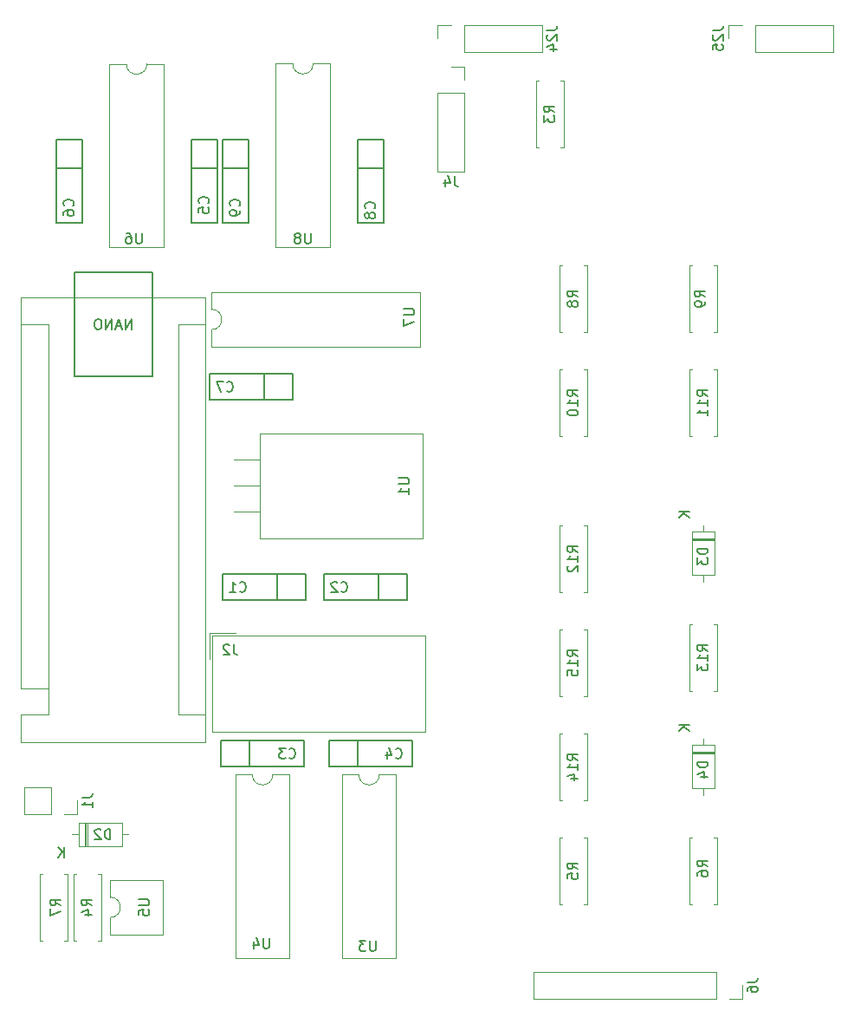
<source format=gbr>
G04 #@! TF.GenerationSoftware,KiCad,Pcbnew,5.0.2+dfsg1-1~bpo9+1*
G04 #@! TF.CreationDate,2019-05-25T00:57:50+02:00*
G04 #@! TF.ProjectId,midi2cv,6d696469-3263-4762-9e6b-696361645f70,rev?*
G04 #@! TF.SameCoordinates,Original*
G04 #@! TF.FileFunction,Legend,Bot*
G04 #@! TF.FilePolarity,Positive*
%FSLAX46Y46*%
G04 Gerber Fmt 4.6, Leading zero omitted, Abs format (unit mm)*
G04 Created by KiCad (PCBNEW 5.0.2+dfsg1-1~bpo9+1) date Sat 25 May 2019 12:57:50 AM CEST*
%MOMM*%
%LPD*%
G01*
G04 APERTURE LIST*
%ADD10C,0.150000*%
%ADD11C,0.120000*%
G04 APERTURE END LIST*
D10*
G04 #@! TO.C,NANO*
X36576000Y-55626000D02*
X36576000Y-65786000D01*
X44196000Y-55626000D02*
X36576000Y-55626000D01*
X44196000Y-65786000D02*
X44196000Y-55626000D01*
X36576000Y-65786000D02*
X44196000Y-65786000D01*
D11*
X49406000Y-101476000D02*
X31366000Y-101476000D01*
X49406000Y-58036000D02*
X49406000Y-101476000D01*
X31366000Y-58036000D02*
X49406000Y-58036000D01*
X34036000Y-60706000D02*
X31366000Y-60706000D01*
X34036000Y-96266000D02*
X34036000Y-60706000D01*
X34036000Y-96266000D02*
X31366000Y-96266000D01*
X46736000Y-60706000D02*
X49406000Y-60706000D01*
X46736000Y-98806000D02*
X46736000Y-60706000D01*
X46736000Y-98806000D02*
X49406000Y-98806000D01*
X31366000Y-101476000D02*
X31366000Y-98806000D01*
X31366000Y-96266000D02*
X31366000Y-58036000D01*
X34036000Y-98806000D02*
X31366000Y-98806000D01*
X34036000Y-96266000D02*
X34036000Y-98806000D01*
D10*
G04 #@! TO.C,C1*
X56388000Y-87630000D02*
X56388000Y-85090000D01*
X51054000Y-87630000D02*
X51054000Y-85090000D01*
X59182000Y-87630000D02*
X51054000Y-87630000D01*
X59182000Y-85090000D02*
X59182000Y-87630000D01*
X51054000Y-85090000D02*
X59182000Y-85090000D01*
G04 #@! TO.C,C2*
X60960000Y-85090000D02*
X69088000Y-85090000D01*
X69088000Y-85090000D02*
X69088000Y-87630000D01*
X69088000Y-87630000D02*
X60960000Y-87630000D01*
X60960000Y-87630000D02*
X60960000Y-85090000D01*
X66294000Y-87630000D02*
X66294000Y-85090000D01*
G04 #@! TO.C,C3*
X59043560Y-103886000D02*
X50915560Y-103886000D01*
X50915560Y-103886000D02*
X50915560Y-101346000D01*
X50915560Y-101346000D02*
X59043560Y-101346000D01*
X59043560Y-101346000D02*
X59043560Y-103886000D01*
X53709560Y-101346000D02*
X53709560Y-103886000D01*
G04 #@! TO.C,C4*
X64262000Y-101346000D02*
X64262000Y-103886000D01*
X69596000Y-101346000D02*
X69596000Y-103886000D01*
X61468000Y-101346000D02*
X69596000Y-101346000D01*
X61468000Y-103886000D02*
X61468000Y-101346000D01*
X69596000Y-103886000D02*
X61468000Y-103886000D01*
G04 #@! TO.C,C5*
X48006000Y-50800000D02*
X48006000Y-42672000D01*
X48006000Y-42672000D02*
X50546000Y-42672000D01*
X50546000Y-42672000D02*
X50546000Y-50800000D01*
X50546000Y-50800000D02*
X48006000Y-50800000D01*
X50546000Y-45466000D02*
X48006000Y-45466000D01*
G04 #@! TO.C,C6*
X37338000Y-45466000D02*
X34798000Y-45466000D01*
X37338000Y-50800000D02*
X34798000Y-50800000D01*
X37338000Y-42672000D02*
X37338000Y-50800000D01*
X34798000Y-42672000D02*
X37338000Y-42672000D01*
X34798000Y-50800000D02*
X34798000Y-42672000D01*
G04 #@! TO.C,C7*
X49784000Y-65532000D02*
X57912000Y-65532000D01*
X57912000Y-65532000D02*
X57912000Y-68072000D01*
X57912000Y-68072000D02*
X49784000Y-68072000D01*
X49784000Y-68072000D02*
X49784000Y-65532000D01*
X55118000Y-68072000D02*
X55118000Y-65532000D01*
G04 #@! TO.C,C8*
X66802000Y-45466000D02*
X64262000Y-45466000D01*
X66802000Y-50800000D02*
X64262000Y-50800000D01*
X66802000Y-42672000D02*
X66802000Y-50800000D01*
X64262000Y-42672000D02*
X66802000Y-42672000D01*
X64262000Y-50800000D02*
X64262000Y-42672000D01*
G04 #@! TO.C,C9*
X51054000Y-50800000D02*
X51054000Y-42672000D01*
X51054000Y-42672000D02*
X53594000Y-42672000D01*
X53594000Y-42672000D02*
X53594000Y-50800000D01*
X53594000Y-50800000D02*
X51054000Y-50800000D01*
X53594000Y-45466000D02*
X51054000Y-45466000D01*
D11*
G04 #@! TO.C,D2*
X37596000Y-111610000D02*
X37596000Y-109370000D01*
X37836000Y-111610000D02*
X37836000Y-109370000D01*
X37716000Y-111610000D02*
X37716000Y-109370000D01*
X41886000Y-110490000D02*
X41236000Y-110490000D01*
X36346000Y-110490000D02*
X36996000Y-110490000D01*
X41236000Y-111610000D02*
X36996000Y-111610000D01*
X41236000Y-109370000D02*
X41236000Y-111610000D01*
X36996000Y-109370000D02*
X41236000Y-109370000D01*
X36996000Y-111610000D02*
X36996000Y-109370000D01*
G04 #@! TO.C,D3*
X96924000Y-80938000D02*
X99164000Y-80938000D01*
X99164000Y-80938000D02*
X99164000Y-85178000D01*
X99164000Y-85178000D02*
X96924000Y-85178000D01*
X96924000Y-85178000D02*
X96924000Y-80938000D01*
X98044000Y-80288000D02*
X98044000Y-80938000D01*
X98044000Y-85828000D02*
X98044000Y-85178000D01*
X96924000Y-81658000D02*
X99164000Y-81658000D01*
X96924000Y-81778000D02*
X99164000Y-81778000D01*
X96924000Y-81538000D02*
X99164000Y-81538000D01*
G04 #@! TO.C,D4*
X96924000Y-101766000D02*
X99164000Y-101766000D01*
X99164000Y-101766000D02*
X99164000Y-106006000D01*
X99164000Y-106006000D02*
X96924000Y-106006000D01*
X96924000Y-106006000D02*
X96924000Y-101766000D01*
X98044000Y-101116000D02*
X98044000Y-101766000D01*
X98044000Y-106656000D02*
X98044000Y-106006000D01*
X96924000Y-102486000D02*
X99164000Y-102486000D01*
X96924000Y-102606000D02*
X99164000Y-102606000D01*
X96924000Y-102366000D02*
X99164000Y-102366000D01*
G04 #@! TO.C,J1*
X31690000Y-108518000D02*
X31690000Y-105858000D01*
X34290000Y-108518000D02*
X31690000Y-108518000D01*
X34290000Y-105858000D02*
X31690000Y-105858000D01*
X34290000Y-108518000D02*
X34290000Y-105858000D01*
X35560000Y-108518000D02*
X36890000Y-108518000D01*
X36890000Y-108518000D02*
X36890000Y-107188000D01*
G04 #@! TO.C,J2*
X50022000Y-100433000D02*
X70882000Y-100433000D01*
X70882000Y-100433000D02*
X70882000Y-91083000D01*
X70882000Y-91083000D02*
X50022000Y-91083000D01*
X50022000Y-91083000D02*
X50022000Y-100433000D01*
X49772000Y-90833000D02*
X52312000Y-90833000D01*
X49772000Y-90833000D02*
X49772000Y-93373000D01*
G04 #@! TO.C,J4*
X74736000Y-45780000D02*
X72076000Y-45780000D01*
X74736000Y-38100000D02*
X74736000Y-45780000D01*
X72076000Y-38100000D02*
X72076000Y-45780000D01*
X74736000Y-38100000D02*
X72076000Y-38100000D01*
X74736000Y-36830000D02*
X74736000Y-35500000D01*
X74736000Y-35500000D02*
X73406000Y-35500000D01*
G04 #@! TO.C,J6*
X101914000Y-126552000D02*
X101914000Y-125222000D01*
X100584000Y-126552000D02*
X101914000Y-126552000D01*
X99314000Y-126552000D02*
X99314000Y-123892000D01*
X99314000Y-123892000D02*
X81474000Y-123892000D01*
X99314000Y-126552000D02*
X81474000Y-126552000D01*
X81474000Y-126552000D02*
X81474000Y-123892000D01*
G04 #@! TO.C,R3*
X84098000Y-43402000D02*
X84428000Y-43402000D01*
X84428000Y-43402000D02*
X84428000Y-36862000D01*
X84428000Y-36862000D02*
X84098000Y-36862000D01*
X82018000Y-43402000D02*
X81688000Y-43402000D01*
X81688000Y-43402000D02*
X81688000Y-36862000D01*
X81688000Y-36862000D02*
X82018000Y-36862000D01*
G04 #@! TO.C,R4*
X38886000Y-120872000D02*
X39216000Y-120872000D01*
X39216000Y-120872000D02*
X39216000Y-114332000D01*
X39216000Y-114332000D02*
X38886000Y-114332000D01*
X36806000Y-120872000D02*
X36476000Y-120872000D01*
X36476000Y-120872000D02*
X36476000Y-114332000D01*
X36476000Y-114332000D02*
X36806000Y-114332000D01*
G04 #@! TO.C,R5*
X84304000Y-110776000D02*
X83974000Y-110776000D01*
X83974000Y-110776000D02*
X83974000Y-117316000D01*
X83974000Y-117316000D02*
X84304000Y-117316000D01*
X86384000Y-110776000D02*
X86714000Y-110776000D01*
X86714000Y-110776000D02*
X86714000Y-117316000D01*
X86714000Y-117316000D02*
X86384000Y-117316000D01*
G04 #@! TO.C,R6*
X99414000Y-117316000D02*
X99084000Y-117316000D01*
X99414000Y-110776000D02*
X99414000Y-117316000D01*
X99084000Y-110776000D02*
X99414000Y-110776000D01*
X96674000Y-117316000D02*
X97004000Y-117316000D01*
X96674000Y-110776000D02*
X96674000Y-117316000D01*
X97004000Y-110776000D02*
X96674000Y-110776000D01*
G04 #@! TO.C,R7*
X35914000Y-120872000D02*
X35584000Y-120872000D01*
X35914000Y-114332000D02*
X35914000Y-120872000D01*
X35584000Y-114332000D02*
X35914000Y-114332000D01*
X33174000Y-120872000D02*
X33504000Y-120872000D01*
X33174000Y-114332000D02*
X33174000Y-120872000D01*
X33504000Y-114332000D02*
X33174000Y-114332000D01*
G04 #@! TO.C,R8*
X86714000Y-61436000D02*
X86384000Y-61436000D01*
X86714000Y-54896000D02*
X86714000Y-61436000D01*
X86384000Y-54896000D02*
X86714000Y-54896000D01*
X83974000Y-61436000D02*
X84304000Y-61436000D01*
X83974000Y-54896000D02*
X83974000Y-61436000D01*
X84304000Y-54896000D02*
X83974000Y-54896000D01*
G04 #@! TO.C,R9*
X97004000Y-54896000D02*
X96674000Y-54896000D01*
X96674000Y-54896000D02*
X96674000Y-61436000D01*
X96674000Y-61436000D02*
X97004000Y-61436000D01*
X99084000Y-54896000D02*
X99414000Y-54896000D01*
X99414000Y-54896000D02*
X99414000Y-61436000D01*
X99414000Y-61436000D02*
X99084000Y-61436000D01*
G04 #@! TO.C,R10*
X86714000Y-71596000D02*
X86384000Y-71596000D01*
X86714000Y-65056000D02*
X86714000Y-71596000D01*
X86384000Y-65056000D02*
X86714000Y-65056000D01*
X83974000Y-71596000D02*
X84304000Y-71596000D01*
X83974000Y-65056000D02*
X83974000Y-71596000D01*
X84304000Y-65056000D02*
X83974000Y-65056000D01*
G04 #@! TO.C,R11*
X97004000Y-65056000D02*
X96674000Y-65056000D01*
X96674000Y-65056000D02*
X96674000Y-71596000D01*
X96674000Y-71596000D02*
X97004000Y-71596000D01*
X99084000Y-65056000D02*
X99414000Y-65056000D01*
X99414000Y-65056000D02*
X99414000Y-71596000D01*
X99414000Y-71596000D02*
X99084000Y-71596000D01*
G04 #@! TO.C,R12*
X86714000Y-86836000D02*
X86384000Y-86836000D01*
X86714000Y-80296000D02*
X86714000Y-86836000D01*
X86384000Y-80296000D02*
X86714000Y-80296000D01*
X83974000Y-86836000D02*
X84304000Y-86836000D01*
X83974000Y-80296000D02*
X83974000Y-86836000D01*
X84304000Y-80296000D02*
X83974000Y-80296000D01*
G04 #@! TO.C,R13*
X97004000Y-89948000D02*
X96674000Y-89948000D01*
X96674000Y-89948000D02*
X96674000Y-96488000D01*
X96674000Y-96488000D02*
X97004000Y-96488000D01*
X99084000Y-89948000D02*
X99414000Y-89948000D01*
X99414000Y-89948000D02*
X99414000Y-96488000D01*
X99414000Y-96488000D02*
X99084000Y-96488000D01*
G04 #@! TO.C,R14*
X86714000Y-107156000D02*
X86384000Y-107156000D01*
X86714000Y-100616000D02*
X86714000Y-107156000D01*
X86384000Y-100616000D02*
X86714000Y-100616000D01*
X83974000Y-107156000D02*
X84304000Y-107156000D01*
X83974000Y-100616000D02*
X83974000Y-107156000D01*
X84304000Y-100616000D02*
X83974000Y-100616000D01*
G04 #@! TO.C,R15*
X84304000Y-90456000D02*
X83974000Y-90456000D01*
X83974000Y-90456000D02*
X83974000Y-96996000D01*
X83974000Y-96996000D02*
X84304000Y-96996000D01*
X86384000Y-90456000D02*
X86714000Y-90456000D01*
X86714000Y-90456000D02*
X86714000Y-96996000D01*
X86714000Y-96996000D02*
X86384000Y-96996000D01*
G04 #@! TO.C,U1*
X54744000Y-81574000D02*
X54744000Y-71334000D01*
X70634000Y-81574000D02*
X70634000Y-71334000D01*
X70634000Y-81574000D02*
X54744000Y-81574000D01*
X70634000Y-71334000D02*
X54744000Y-71334000D01*
X54744000Y-78994000D02*
X52204000Y-78994000D01*
X54744000Y-76454000D02*
X52204000Y-76454000D01*
X54744000Y-73914000D02*
X52204000Y-73914000D01*
G04 #@! TO.C,U5*
X40072000Y-118602000D02*
G75*
G03X40072000Y-116602000I0J1000000D01*
G01*
X40072000Y-116602000D02*
X40072000Y-114952000D01*
X40072000Y-114952000D02*
X45272000Y-114952000D01*
X45272000Y-114952000D02*
X45272000Y-120252000D01*
X45272000Y-120252000D02*
X40072000Y-120252000D01*
X40072000Y-120252000D02*
X40072000Y-118602000D01*
G04 #@! TO.C,U6*
X40022000Y-35246000D02*
X41672000Y-35246000D01*
X40022000Y-53146000D02*
X40022000Y-35246000D01*
X45322000Y-53146000D02*
X40022000Y-53146000D01*
X45322000Y-35246000D02*
X45322000Y-53146000D01*
X43672000Y-35246000D02*
X45322000Y-35246000D01*
X41672000Y-35246000D02*
G75*
G03X43672000Y-35246000I1000000J0D01*
G01*
G04 #@! TO.C,U7*
X49978000Y-61198000D02*
G75*
G03X49978000Y-59198000I0J1000000D01*
G01*
X49978000Y-59198000D02*
X49978000Y-57548000D01*
X49978000Y-57548000D02*
X70418000Y-57548000D01*
X70418000Y-57548000D02*
X70418000Y-62848000D01*
X70418000Y-62848000D02*
X49978000Y-62848000D01*
X49978000Y-62848000D02*
X49978000Y-61198000D01*
G04 #@! TO.C,U8*
X57928000Y-35223299D02*
G75*
G03X59928000Y-35223299I1000000J0D01*
G01*
X59928000Y-35223299D02*
X61578000Y-35223299D01*
X61578000Y-35223299D02*
X61578000Y-53123299D01*
X61578000Y-53123299D02*
X56278000Y-53123299D01*
X56278000Y-53123299D02*
X56278000Y-35223299D01*
X56278000Y-35223299D02*
X57928000Y-35223299D01*
G04 #@! TO.C,U3*
X64393560Y-104645405D02*
G75*
G03X66393560Y-104645405I1000000J0D01*
G01*
X66393560Y-104645405D02*
X68043560Y-104645405D01*
X68043560Y-104645405D02*
X68043560Y-122545405D01*
X68043560Y-122545405D02*
X62743560Y-122545405D01*
X62743560Y-122545405D02*
X62743560Y-104645405D01*
X62743560Y-104645405D02*
X64393560Y-104645405D01*
G04 #@! TO.C,U4*
X52329560Y-104645405D02*
X53979560Y-104645405D01*
X52329560Y-122545405D02*
X52329560Y-104645405D01*
X57629560Y-122545405D02*
X52329560Y-122545405D01*
X57629560Y-104645405D02*
X57629560Y-122545405D01*
X55979560Y-104645405D02*
X57629560Y-104645405D01*
X53979560Y-104645405D02*
G75*
G03X55979560Y-104645405I1000000J0D01*
G01*
G04 #@! TO.C,J24*
X72076000Y-31436000D02*
X72076000Y-32766000D01*
X73406000Y-31436000D02*
X72076000Y-31436000D01*
X74676000Y-31436000D02*
X74676000Y-34096000D01*
X74676000Y-34096000D02*
X82356000Y-34096000D01*
X74676000Y-31436000D02*
X82356000Y-31436000D01*
X82356000Y-31436000D02*
X82356000Y-34096000D01*
G04 #@! TO.C,J25*
X110804000Y-31436000D02*
X110804000Y-34096000D01*
X103124000Y-31436000D02*
X110804000Y-31436000D01*
X103124000Y-34096000D02*
X110804000Y-34096000D01*
X103124000Y-31436000D02*
X103124000Y-34096000D01*
X101854000Y-31436000D02*
X100524000Y-31436000D01*
X100524000Y-31436000D02*
X100524000Y-32766000D01*
G04 #@! TO.C,NANO*
D10*
X42147904Y-61158380D02*
X42147904Y-60158380D01*
X41576476Y-61158380D01*
X41576476Y-60158380D01*
X41147904Y-60872666D02*
X40671714Y-60872666D01*
X41243142Y-61158380D02*
X40909809Y-60158380D01*
X40576476Y-61158380D01*
X40243142Y-61158380D02*
X40243142Y-60158380D01*
X39671714Y-61158380D01*
X39671714Y-60158380D01*
X39005047Y-60158380D02*
X38814571Y-60158380D01*
X38719333Y-60206000D01*
X38624095Y-60301238D01*
X38576476Y-60491714D01*
X38576476Y-60825047D01*
X38624095Y-61015523D01*
X38719333Y-61110761D01*
X38814571Y-61158380D01*
X39005047Y-61158380D01*
X39100285Y-61110761D01*
X39195523Y-61015523D01*
X39243142Y-60825047D01*
X39243142Y-60491714D01*
X39195523Y-60301238D01*
X39100285Y-60206000D01*
X39005047Y-60158380D01*
G04 #@! TO.C,C1*
X52744666Y-86717142D02*
X52792285Y-86764761D01*
X52935142Y-86812380D01*
X53030380Y-86812380D01*
X53173238Y-86764761D01*
X53268476Y-86669523D01*
X53316095Y-86574285D01*
X53363714Y-86383809D01*
X53363714Y-86240952D01*
X53316095Y-86050476D01*
X53268476Y-85955238D01*
X53173238Y-85860000D01*
X53030380Y-85812380D01*
X52935142Y-85812380D01*
X52792285Y-85860000D01*
X52744666Y-85907619D01*
X51792285Y-86812380D02*
X52363714Y-86812380D01*
X52078000Y-86812380D02*
X52078000Y-85812380D01*
X52173238Y-85955238D01*
X52268476Y-86050476D01*
X52363714Y-86098095D01*
G04 #@! TO.C,C2*
X62650666Y-86717142D02*
X62698285Y-86764761D01*
X62841142Y-86812380D01*
X62936380Y-86812380D01*
X63079238Y-86764761D01*
X63174476Y-86669523D01*
X63222095Y-86574285D01*
X63269714Y-86383809D01*
X63269714Y-86240952D01*
X63222095Y-86050476D01*
X63174476Y-85955238D01*
X63079238Y-85860000D01*
X62936380Y-85812380D01*
X62841142Y-85812380D01*
X62698285Y-85860000D01*
X62650666Y-85907619D01*
X62269714Y-85907619D02*
X62222095Y-85860000D01*
X62126857Y-85812380D01*
X61888761Y-85812380D01*
X61793523Y-85860000D01*
X61745904Y-85907619D01*
X61698285Y-86002857D01*
X61698285Y-86098095D01*
X61745904Y-86240952D01*
X62317333Y-86812380D01*
X61698285Y-86812380D01*
G04 #@! TO.C,C3*
X57570666Y-102973142D02*
X57618285Y-103020761D01*
X57761142Y-103068380D01*
X57856380Y-103068380D01*
X57999238Y-103020761D01*
X58094476Y-102925523D01*
X58142095Y-102830285D01*
X58189714Y-102639809D01*
X58189714Y-102496952D01*
X58142095Y-102306476D01*
X58094476Y-102211238D01*
X57999238Y-102116000D01*
X57856380Y-102068380D01*
X57761142Y-102068380D01*
X57618285Y-102116000D01*
X57570666Y-102163619D01*
X57237333Y-102068380D02*
X56618285Y-102068380D01*
X56951619Y-102449333D01*
X56808761Y-102449333D01*
X56713523Y-102496952D01*
X56665904Y-102544571D01*
X56618285Y-102639809D01*
X56618285Y-102877904D01*
X56665904Y-102973142D01*
X56713523Y-103020761D01*
X56808761Y-103068380D01*
X57094476Y-103068380D01*
X57189714Y-103020761D01*
X57237333Y-102973142D01*
G04 #@! TO.C,C4*
X67984666Y-102973142D02*
X68032285Y-103020761D01*
X68175142Y-103068380D01*
X68270380Y-103068380D01*
X68413238Y-103020761D01*
X68508476Y-102925523D01*
X68556095Y-102830285D01*
X68603714Y-102639809D01*
X68603714Y-102496952D01*
X68556095Y-102306476D01*
X68508476Y-102211238D01*
X68413238Y-102116000D01*
X68270380Y-102068380D01*
X68175142Y-102068380D01*
X68032285Y-102116000D01*
X67984666Y-102163619D01*
X67127523Y-102401714D02*
X67127523Y-103068380D01*
X67365619Y-102020761D02*
X67603714Y-102735047D01*
X66984666Y-102735047D01*
G04 #@! TO.C,C5*
X49633142Y-48855333D02*
X49680761Y-48807714D01*
X49728380Y-48664857D01*
X49728380Y-48569619D01*
X49680761Y-48426761D01*
X49585523Y-48331523D01*
X49490285Y-48283904D01*
X49299809Y-48236285D01*
X49156952Y-48236285D01*
X48966476Y-48283904D01*
X48871238Y-48331523D01*
X48776000Y-48426761D01*
X48728380Y-48569619D01*
X48728380Y-48664857D01*
X48776000Y-48807714D01*
X48823619Y-48855333D01*
X48728380Y-49760095D02*
X48728380Y-49283904D01*
X49204571Y-49236285D01*
X49156952Y-49283904D01*
X49109333Y-49379142D01*
X49109333Y-49617238D01*
X49156952Y-49712476D01*
X49204571Y-49760095D01*
X49299809Y-49807714D01*
X49537904Y-49807714D01*
X49633142Y-49760095D01*
X49680761Y-49712476D01*
X49728380Y-49617238D01*
X49728380Y-49379142D01*
X49680761Y-49283904D01*
X49633142Y-49236285D01*
G04 #@! TO.C,C6*
X36425142Y-49109333D02*
X36472761Y-49061714D01*
X36520380Y-48918857D01*
X36520380Y-48823619D01*
X36472761Y-48680761D01*
X36377523Y-48585523D01*
X36282285Y-48537904D01*
X36091809Y-48490285D01*
X35948952Y-48490285D01*
X35758476Y-48537904D01*
X35663238Y-48585523D01*
X35568000Y-48680761D01*
X35520380Y-48823619D01*
X35520380Y-48918857D01*
X35568000Y-49061714D01*
X35615619Y-49109333D01*
X35520380Y-49966476D02*
X35520380Y-49776000D01*
X35568000Y-49680761D01*
X35615619Y-49633142D01*
X35758476Y-49537904D01*
X35948952Y-49490285D01*
X36329904Y-49490285D01*
X36425142Y-49537904D01*
X36472761Y-49585523D01*
X36520380Y-49680761D01*
X36520380Y-49871238D01*
X36472761Y-49966476D01*
X36425142Y-50014095D01*
X36329904Y-50061714D01*
X36091809Y-50061714D01*
X35996571Y-50014095D01*
X35948952Y-49966476D01*
X35901333Y-49871238D01*
X35901333Y-49680761D01*
X35948952Y-49585523D01*
X35996571Y-49537904D01*
X36091809Y-49490285D01*
G04 #@! TO.C,C7*
X51474666Y-67159142D02*
X51522285Y-67206761D01*
X51665142Y-67254380D01*
X51760380Y-67254380D01*
X51903238Y-67206761D01*
X51998476Y-67111523D01*
X52046095Y-67016285D01*
X52093714Y-66825809D01*
X52093714Y-66682952D01*
X52046095Y-66492476D01*
X51998476Y-66397238D01*
X51903238Y-66302000D01*
X51760380Y-66254380D01*
X51665142Y-66254380D01*
X51522285Y-66302000D01*
X51474666Y-66349619D01*
X51141333Y-66254380D02*
X50474666Y-66254380D01*
X50903238Y-67254380D01*
G04 #@! TO.C,C8*
X65889142Y-49363333D02*
X65936761Y-49315714D01*
X65984380Y-49172857D01*
X65984380Y-49077619D01*
X65936761Y-48934761D01*
X65841523Y-48839523D01*
X65746285Y-48791904D01*
X65555809Y-48744285D01*
X65412952Y-48744285D01*
X65222476Y-48791904D01*
X65127238Y-48839523D01*
X65032000Y-48934761D01*
X64984380Y-49077619D01*
X64984380Y-49172857D01*
X65032000Y-49315714D01*
X65079619Y-49363333D01*
X65412952Y-49934761D02*
X65365333Y-49839523D01*
X65317714Y-49791904D01*
X65222476Y-49744285D01*
X65174857Y-49744285D01*
X65079619Y-49791904D01*
X65032000Y-49839523D01*
X64984380Y-49934761D01*
X64984380Y-50125238D01*
X65032000Y-50220476D01*
X65079619Y-50268095D01*
X65174857Y-50315714D01*
X65222476Y-50315714D01*
X65317714Y-50268095D01*
X65365333Y-50220476D01*
X65412952Y-50125238D01*
X65412952Y-49934761D01*
X65460571Y-49839523D01*
X65508190Y-49791904D01*
X65603428Y-49744285D01*
X65793904Y-49744285D01*
X65889142Y-49791904D01*
X65936761Y-49839523D01*
X65984380Y-49934761D01*
X65984380Y-50125238D01*
X65936761Y-50220476D01*
X65889142Y-50268095D01*
X65793904Y-50315714D01*
X65603428Y-50315714D01*
X65508190Y-50268095D01*
X65460571Y-50220476D01*
X65412952Y-50125238D01*
G04 #@! TO.C,C9*
X52681142Y-49109333D02*
X52728761Y-49061714D01*
X52776380Y-48918857D01*
X52776380Y-48823619D01*
X52728761Y-48680761D01*
X52633523Y-48585523D01*
X52538285Y-48537904D01*
X52347809Y-48490285D01*
X52204952Y-48490285D01*
X52014476Y-48537904D01*
X51919238Y-48585523D01*
X51824000Y-48680761D01*
X51776380Y-48823619D01*
X51776380Y-48918857D01*
X51824000Y-49061714D01*
X51871619Y-49109333D01*
X52776380Y-49585523D02*
X52776380Y-49776000D01*
X52728761Y-49871238D01*
X52681142Y-49918857D01*
X52538285Y-50014095D01*
X52347809Y-50061714D01*
X51966857Y-50061714D01*
X51871619Y-50014095D01*
X51824000Y-49966476D01*
X51776380Y-49871238D01*
X51776380Y-49680761D01*
X51824000Y-49585523D01*
X51871619Y-49537904D01*
X51966857Y-49490285D01*
X52204952Y-49490285D01*
X52300190Y-49537904D01*
X52347809Y-49585523D01*
X52395428Y-49680761D01*
X52395428Y-49871238D01*
X52347809Y-49966476D01*
X52300190Y-50014095D01*
X52204952Y-50061714D01*
G04 #@! TO.C,D2*
X40108095Y-110942380D02*
X40108095Y-109942380D01*
X39870000Y-109942380D01*
X39727142Y-109990000D01*
X39631904Y-110085238D01*
X39584285Y-110180476D01*
X39536666Y-110370952D01*
X39536666Y-110513809D01*
X39584285Y-110704285D01*
X39631904Y-110799523D01*
X39727142Y-110894761D01*
X39870000Y-110942380D01*
X40108095Y-110942380D01*
X39155714Y-110037619D02*
X39108095Y-109990000D01*
X39012857Y-109942380D01*
X38774761Y-109942380D01*
X38679523Y-109990000D01*
X38631904Y-110037619D01*
X38584285Y-110132857D01*
X38584285Y-110228095D01*
X38631904Y-110370952D01*
X39203333Y-110942380D01*
X38584285Y-110942380D01*
X35567904Y-112742380D02*
X35567904Y-111742380D01*
X34996476Y-112742380D02*
X35425047Y-112170952D01*
X34996476Y-111742380D02*
X35567904Y-112313809D01*
G04 #@! TO.C,D3*
X98496380Y-82573904D02*
X97496380Y-82573904D01*
X97496380Y-82812000D01*
X97544000Y-82954857D01*
X97639238Y-83050095D01*
X97734476Y-83097714D01*
X97924952Y-83145333D01*
X98067809Y-83145333D01*
X98258285Y-83097714D01*
X98353523Y-83050095D01*
X98448761Y-82954857D01*
X98496380Y-82812000D01*
X98496380Y-82573904D01*
X97496380Y-83478666D02*
X97496380Y-84097714D01*
X97877333Y-83764380D01*
X97877333Y-83907238D01*
X97924952Y-84002476D01*
X97972571Y-84050095D01*
X98067809Y-84097714D01*
X98305904Y-84097714D01*
X98401142Y-84050095D01*
X98448761Y-84002476D01*
X98496380Y-83907238D01*
X98496380Y-83621523D01*
X98448761Y-83526285D01*
X98401142Y-83478666D01*
X96696380Y-78986095D02*
X95696380Y-78986095D01*
X96696380Y-79557523D02*
X96124952Y-79128952D01*
X95696380Y-79557523D02*
X96267809Y-78986095D01*
G04 #@! TO.C,D4*
X98496380Y-103401904D02*
X97496380Y-103401904D01*
X97496380Y-103640000D01*
X97544000Y-103782857D01*
X97639238Y-103878095D01*
X97734476Y-103925714D01*
X97924952Y-103973333D01*
X98067809Y-103973333D01*
X98258285Y-103925714D01*
X98353523Y-103878095D01*
X98448761Y-103782857D01*
X98496380Y-103640000D01*
X98496380Y-103401904D01*
X97829714Y-104830476D02*
X98496380Y-104830476D01*
X97448761Y-104592380D02*
X98163047Y-104354285D01*
X98163047Y-104973333D01*
X96696380Y-99814095D02*
X95696380Y-99814095D01*
X96696380Y-100385523D02*
X96124952Y-99956952D01*
X95696380Y-100385523D02*
X96267809Y-99814095D01*
G04 #@! TO.C,J1*
X37342380Y-106854666D02*
X38056666Y-106854666D01*
X38199523Y-106807047D01*
X38294761Y-106711809D01*
X38342380Y-106568952D01*
X38342380Y-106473714D01*
X38342380Y-107854666D02*
X38342380Y-107283238D01*
X38342380Y-107568952D02*
X37342380Y-107568952D01*
X37485238Y-107473714D01*
X37580476Y-107378476D01*
X37628095Y-107283238D01*
G04 #@! TO.C,J2*
X52149333Y-91908380D02*
X52149333Y-92622666D01*
X52196952Y-92765523D01*
X52292190Y-92860761D01*
X52435047Y-92908380D01*
X52530285Y-92908380D01*
X51720761Y-92003619D02*
X51673142Y-91956000D01*
X51577904Y-91908380D01*
X51339809Y-91908380D01*
X51244571Y-91956000D01*
X51196952Y-92003619D01*
X51149333Y-92098857D01*
X51149333Y-92194095D01*
X51196952Y-92336952D01*
X51768380Y-92908380D01*
X51149333Y-92908380D01*
G04 #@! TO.C,J4*
X73739333Y-46188380D02*
X73739333Y-46902666D01*
X73786952Y-47045523D01*
X73882190Y-47140761D01*
X74025047Y-47188380D01*
X74120285Y-47188380D01*
X72834571Y-46521714D02*
X72834571Y-47188380D01*
X73072666Y-46140761D02*
X73310761Y-46855047D01*
X72691714Y-46855047D01*
G04 #@! TO.C,J6*
X102366380Y-124888666D02*
X103080666Y-124888666D01*
X103223523Y-124841047D01*
X103318761Y-124745809D01*
X103366380Y-124602952D01*
X103366380Y-124507714D01*
X102366380Y-125793428D02*
X102366380Y-125602952D01*
X102414000Y-125507714D01*
X102461619Y-125460095D01*
X102604476Y-125364857D01*
X102794952Y-125317238D01*
X103175904Y-125317238D01*
X103271142Y-125364857D01*
X103318761Y-125412476D01*
X103366380Y-125507714D01*
X103366380Y-125698190D01*
X103318761Y-125793428D01*
X103271142Y-125841047D01*
X103175904Y-125888666D01*
X102937809Y-125888666D01*
X102842571Y-125841047D01*
X102794952Y-125793428D01*
X102747333Y-125698190D01*
X102747333Y-125507714D01*
X102794952Y-125412476D01*
X102842571Y-125364857D01*
X102937809Y-125317238D01*
G04 #@! TO.C,R3*
X83510380Y-39965333D02*
X83034190Y-39632000D01*
X83510380Y-39393904D02*
X82510380Y-39393904D01*
X82510380Y-39774857D01*
X82558000Y-39870095D01*
X82605619Y-39917714D01*
X82700857Y-39965333D01*
X82843714Y-39965333D01*
X82938952Y-39917714D01*
X82986571Y-39870095D01*
X83034190Y-39774857D01*
X83034190Y-39393904D01*
X82510380Y-40298666D02*
X82510380Y-40917714D01*
X82891333Y-40584380D01*
X82891333Y-40727238D01*
X82938952Y-40822476D01*
X82986571Y-40870095D01*
X83081809Y-40917714D01*
X83319904Y-40917714D01*
X83415142Y-40870095D01*
X83462761Y-40822476D01*
X83510380Y-40727238D01*
X83510380Y-40441523D01*
X83462761Y-40346285D01*
X83415142Y-40298666D01*
G04 #@! TO.C,R4*
X38298380Y-117435333D02*
X37822190Y-117102000D01*
X38298380Y-116863904D02*
X37298380Y-116863904D01*
X37298380Y-117244857D01*
X37346000Y-117340095D01*
X37393619Y-117387714D01*
X37488857Y-117435333D01*
X37631714Y-117435333D01*
X37726952Y-117387714D01*
X37774571Y-117340095D01*
X37822190Y-117244857D01*
X37822190Y-116863904D01*
X37631714Y-118292476D02*
X38298380Y-118292476D01*
X37250761Y-118054380D02*
X37965047Y-117816285D01*
X37965047Y-118435333D01*
G04 #@! TO.C,R5*
X85796380Y-113879333D02*
X85320190Y-113546000D01*
X85796380Y-113307904D02*
X84796380Y-113307904D01*
X84796380Y-113688857D01*
X84844000Y-113784095D01*
X84891619Y-113831714D01*
X84986857Y-113879333D01*
X85129714Y-113879333D01*
X85224952Y-113831714D01*
X85272571Y-113784095D01*
X85320190Y-113688857D01*
X85320190Y-113307904D01*
X84796380Y-114784095D02*
X84796380Y-114307904D01*
X85272571Y-114260285D01*
X85224952Y-114307904D01*
X85177333Y-114403142D01*
X85177333Y-114641238D01*
X85224952Y-114736476D01*
X85272571Y-114784095D01*
X85367809Y-114831714D01*
X85605904Y-114831714D01*
X85701142Y-114784095D01*
X85748761Y-114736476D01*
X85796380Y-114641238D01*
X85796380Y-114403142D01*
X85748761Y-114307904D01*
X85701142Y-114260285D01*
G04 #@! TO.C,R6*
X98496380Y-113625333D02*
X98020190Y-113292000D01*
X98496380Y-113053904D02*
X97496380Y-113053904D01*
X97496380Y-113434857D01*
X97544000Y-113530095D01*
X97591619Y-113577714D01*
X97686857Y-113625333D01*
X97829714Y-113625333D01*
X97924952Y-113577714D01*
X97972571Y-113530095D01*
X98020190Y-113434857D01*
X98020190Y-113053904D01*
X97496380Y-114482476D02*
X97496380Y-114292000D01*
X97544000Y-114196761D01*
X97591619Y-114149142D01*
X97734476Y-114053904D01*
X97924952Y-114006285D01*
X98305904Y-114006285D01*
X98401142Y-114053904D01*
X98448761Y-114101523D01*
X98496380Y-114196761D01*
X98496380Y-114387238D01*
X98448761Y-114482476D01*
X98401142Y-114530095D01*
X98305904Y-114577714D01*
X98067809Y-114577714D01*
X97972571Y-114530095D01*
X97924952Y-114482476D01*
X97877333Y-114387238D01*
X97877333Y-114196761D01*
X97924952Y-114101523D01*
X97972571Y-114053904D01*
X98067809Y-114006285D01*
G04 #@! TO.C,R7*
X35250380Y-117435333D02*
X34774190Y-117102000D01*
X35250380Y-116863904D02*
X34250380Y-116863904D01*
X34250380Y-117244857D01*
X34298000Y-117340095D01*
X34345619Y-117387714D01*
X34440857Y-117435333D01*
X34583714Y-117435333D01*
X34678952Y-117387714D01*
X34726571Y-117340095D01*
X34774190Y-117244857D01*
X34774190Y-116863904D01*
X34250380Y-117768666D02*
X34250380Y-118435333D01*
X35250380Y-118006761D01*
G04 #@! TO.C,R8*
X85796380Y-57999333D02*
X85320190Y-57666000D01*
X85796380Y-57427904D02*
X84796380Y-57427904D01*
X84796380Y-57808857D01*
X84844000Y-57904095D01*
X84891619Y-57951714D01*
X84986857Y-57999333D01*
X85129714Y-57999333D01*
X85224952Y-57951714D01*
X85272571Y-57904095D01*
X85320190Y-57808857D01*
X85320190Y-57427904D01*
X85224952Y-58570761D02*
X85177333Y-58475523D01*
X85129714Y-58427904D01*
X85034476Y-58380285D01*
X84986857Y-58380285D01*
X84891619Y-58427904D01*
X84844000Y-58475523D01*
X84796380Y-58570761D01*
X84796380Y-58761238D01*
X84844000Y-58856476D01*
X84891619Y-58904095D01*
X84986857Y-58951714D01*
X85034476Y-58951714D01*
X85129714Y-58904095D01*
X85177333Y-58856476D01*
X85224952Y-58761238D01*
X85224952Y-58570761D01*
X85272571Y-58475523D01*
X85320190Y-58427904D01*
X85415428Y-58380285D01*
X85605904Y-58380285D01*
X85701142Y-58427904D01*
X85748761Y-58475523D01*
X85796380Y-58570761D01*
X85796380Y-58761238D01*
X85748761Y-58856476D01*
X85701142Y-58904095D01*
X85605904Y-58951714D01*
X85415428Y-58951714D01*
X85320190Y-58904095D01*
X85272571Y-58856476D01*
X85224952Y-58761238D01*
G04 #@! TO.C,R9*
X98242380Y-57999333D02*
X97766190Y-57666000D01*
X98242380Y-57427904D02*
X97242380Y-57427904D01*
X97242380Y-57808857D01*
X97290000Y-57904095D01*
X97337619Y-57951714D01*
X97432857Y-57999333D01*
X97575714Y-57999333D01*
X97670952Y-57951714D01*
X97718571Y-57904095D01*
X97766190Y-57808857D01*
X97766190Y-57427904D01*
X98242380Y-58475523D02*
X98242380Y-58666000D01*
X98194761Y-58761238D01*
X98147142Y-58808857D01*
X98004285Y-58904095D01*
X97813809Y-58951714D01*
X97432857Y-58951714D01*
X97337619Y-58904095D01*
X97290000Y-58856476D01*
X97242380Y-58761238D01*
X97242380Y-58570761D01*
X97290000Y-58475523D01*
X97337619Y-58427904D01*
X97432857Y-58380285D01*
X97670952Y-58380285D01*
X97766190Y-58427904D01*
X97813809Y-58475523D01*
X97861428Y-58570761D01*
X97861428Y-58761238D01*
X97813809Y-58856476D01*
X97766190Y-58904095D01*
X97670952Y-58951714D01*
G04 #@! TO.C,R10*
X85796380Y-67683142D02*
X85320190Y-67349809D01*
X85796380Y-67111714D02*
X84796380Y-67111714D01*
X84796380Y-67492666D01*
X84844000Y-67587904D01*
X84891619Y-67635523D01*
X84986857Y-67683142D01*
X85129714Y-67683142D01*
X85224952Y-67635523D01*
X85272571Y-67587904D01*
X85320190Y-67492666D01*
X85320190Y-67111714D01*
X85796380Y-68635523D02*
X85796380Y-68064095D01*
X85796380Y-68349809D02*
X84796380Y-68349809D01*
X84939238Y-68254571D01*
X85034476Y-68159333D01*
X85082095Y-68064095D01*
X84796380Y-69254571D02*
X84796380Y-69349809D01*
X84844000Y-69445047D01*
X84891619Y-69492666D01*
X84986857Y-69540285D01*
X85177333Y-69587904D01*
X85415428Y-69587904D01*
X85605904Y-69540285D01*
X85701142Y-69492666D01*
X85748761Y-69445047D01*
X85796380Y-69349809D01*
X85796380Y-69254571D01*
X85748761Y-69159333D01*
X85701142Y-69111714D01*
X85605904Y-69064095D01*
X85415428Y-69016476D01*
X85177333Y-69016476D01*
X84986857Y-69064095D01*
X84891619Y-69111714D01*
X84844000Y-69159333D01*
X84796380Y-69254571D01*
G04 #@! TO.C,R11*
X98496380Y-67683142D02*
X98020190Y-67349809D01*
X98496380Y-67111714D02*
X97496380Y-67111714D01*
X97496380Y-67492666D01*
X97544000Y-67587904D01*
X97591619Y-67635523D01*
X97686857Y-67683142D01*
X97829714Y-67683142D01*
X97924952Y-67635523D01*
X97972571Y-67587904D01*
X98020190Y-67492666D01*
X98020190Y-67111714D01*
X98496380Y-68635523D02*
X98496380Y-68064095D01*
X98496380Y-68349809D02*
X97496380Y-68349809D01*
X97639238Y-68254571D01*
X97734476Y-68159333D01*
X97782095Y-68064095D01*
X98496380Y-69587904D02*
X98496380Y-69016476D01*
X98496380Y-69302190D02*
X97496380Y-69302190D01*
X97639238Y-69206952D01*
X97734476Y-69111714D01*
X97782095Y-69016476D01*
G04 #@! TO.C,R12*
X85796380Y-82923142D02*
X85320190Y-82589809D01*
X85796380Y-82351714D02*
X84796380Y-82351714D01*
X84796380Y-82732666D01*
X84844000Y-82827904D01*
X84891619Y-82875523D01*
X84986857Y-82923142D01*
X85129714Y-82923142D01*
X85224952Y-82875523D01*
X85272571Y-82827904D01*
X85320190Y-82732666D01*
X85320190Y-82351714D01*
X85796380Y-83875523D02*
X85796380Y-83304095D01*
X85796380Y-83589809D02*
X84796380Y-83589809D01*
X84939238Y-83494571D01*
X85034476Y-83399333D01*
X85082095Y-83304095D01*
X84891619Y-84256476D02*
X84844000Y-84304095D01*
X84796380Y-84399333D01*
X84796380Y-84637428D01*
X84844000Y-84732666D01*
X84891619Y-84780285D01*
X84986857Y-84827904D01*
X85082095Y-84827904D01*
X85224952Y-84780285D01*
X85796380Y-84208857D01*
X85796380Y-84827904D01*
G04 #@! TO.C,R13*
X98496380Y-92575142D02*
X98020190Y-92241809D01*
X98496380Y-92003714D02*
X97496380Y-92003714D01*
X97496380Y-92384666D01*
X97544000Y-92479904D01*
X97591619Y-92527523D01*
X97686857Y-92575142D01*
X97829714Y-92575142D01*
X97924952Y-92527523D01*
X97972571Y-92479904D01*
X98020190Y-92384666D01*
X98020190Y-92003714D01*
X98496380Y-93527523D02*
X98496380Y-92956095D01*
X98496380Y-93241809D02*
X97496380Y-93241809D01*
X97639238Y-93146571D01*
X97734476Y-93051333D01*
X97782095Y-92956095D01*
X97496380Y-93860857D02*
X97496380Y-94479904D01*
X97877333Y-94146571D01*
X97877333Y-94289428D01*
X97924952Y-94384666D01*
X97972571Y-94432285D01*
X98067809Y-94479904D01*
X98305904Y-94479904D01*
X98401142Y-94432285D01*
X98448761Y-94384666D01*
X98496380Y-94289428D01*
X98496380Y-94003714D01*
X98448761Y-93908476D01*
X98401142Y-93860857D01*
G04 #@! TO.C,R14*
X85796380Y-103243142D02*
X85320190Y-102909809D01*
X85796380Y-102671714D02*
X84796380Y-102671714D01*
X84796380Y-103052666D01*
X84844000Y-103147904D01*
X84891619Y-103195523D01*
X84986857Y-103243142D01*
X85129714Y-103243142D01*
X85224952Y-103195523D01*
X85272571Y-103147904D01*
X85320190Y-103052666D01*
X85320190Y-102671714D01*
X85796380Y-104195523D02*
X85796380Y-103624095D01*
X85796380Y-103909809D02*
X84796380Y-103909809D01*
X84939238Y-103814571D01*
X85034476Y-103719333D01*
X85082095Y-103624095D01*
X85129714Y-105052666D02*
X85796380Y-105052666D01*
X84748761Y-104814571D02*
X85463047Y-104576476D01*
X85463047Y-105195523D01*
G04 #@! TO.C,R15*
X85796380Y-93083142D02*
X85320190Y-92749809D01*
X85796380Y-92511714D02*
X84796380Y-92511714D01*
X84796380Y-92892666D01*
X84844000Y-92987904D01*
X84891619Y-93035523D01*
X84986857Y-93083142D01*
X85129714Y-93083142D01*
X85224952Y-93035523D01*
X85272571Y-92987904D01*
X85320190Y-92892666D01*
X85320190Y-92511714D01*
X85796380Y-94035523D02*
X85796380Y-93464095D01*
X85796380Y-93749809D02*
X84796380Y-93749809D01*
X84939238Y-93654571D01*
X85034476Y-93559333D01*
X85082095Y-93464095D01*
X84796380Y-94940285D02*
X84796380Y-94464095D01*
X85272571Y-94416476D01*
X85224952Y-94464095D01*
X85177333Y-94559333D01*
X85177333Y-94797428D01*
X85224952Y-94892666D01*
X85272571Y-94940285D01*
X85367809Y-94987904D01*
X85605904Y-94987904D01*
X85701142Y-94940285D01*
X85748761Y-94892666D01*
X85796380Y-94797428D01*
X85796380Y-94559333D01*
X85748761Y-94464095D01*
X85701142Y-94416476D01*
G04 #@! TO.C,U1*
X68286380Y-75692095D02*
X69095904Y-75692095D01*
X69191142Y-75739714D01*
X69238761Y-75787333D01*
X69286380Y-75882571D01*
X69286380Y-76073047D01*
X69238761Y-76168285D01*
X69191142Y-76215904D01*
X69095904Y-76263523D01*
X68286380Y-76263523D01*
X69286380Y-77263523D02*
X69286380Y-76692095D01*
X69286380Y-76977809D02*
X68286380Y-76977809D01*
X68429238Y-76882571D01*
X68524476Y-76787333D01*
X68572095Y-76692095D01*
G04 #@! TO.C,U5*
X42886380Y-116840095D02*
X43695904Y-116840095D01*
X43791142Y-116887714D01*
X43838761Y-116935333D01*
X43886380Y-117030571D01*
X43886380Y-117221047D01*
X43838761Y-117316285D01*
X43791142Y-117363904D01*
X43695904Y-117411523D01*
X42886380Y-117411523D01*
X42886380Y-118363904D02*
X42886380Y-117887714D01*
X43362571Y-117840095D01*
X43314952Y-117887714D01*
X43267333Y-117982952D01*
X43267333Y-118221047D01*
X43314952Y-118316285D01*
X43362571Y-118363904D01*
X43457809Y-118411523D01*
X43695904Y-118411523D01*
X43791142Y-118363904D01*
X43838761Y-118316285D01*
X43886380Y-118221047D01*
X43886380Y-117982952D01*
X43838761Y-117887714D01*
X43791142Y-117840095D01*
G04 #@! TO.C,U6*
X43179904Y-51776380D02*
X43179904Y-52585904D01*
X43132285Y-52681142D01*
X43084666Y-52728761D01*
X42989428Y-52776380D01*
X42798952Y-52776380D01*
X42703714Y-52728761D01*
X42656095Y-52681142D01*
X42608476Y-52585904D01*
X42608476Y-51776380D01*
X41703714Y-51776380D02*
X41894190Y-51776380D01*
X41989428Y-51824000D01*
X42037047Y-51871619D01*
X42132285Y-52014476D01*
X42179904Y-52204952D01*
X42179904Y-52585904D01*
X42132285Y-52681142D01*
X42084666Y-52728761D01*
X41989428Y-52776380D01*
X41798952Y-52776380D01*
X41703714Y-52728761D01*
X41656095Y-52681142D01*
X41608476Y-52585904D01*
X41608476Y-52347809D01*
X41656095Y-52252571D01*
X41703714Y-52204952D01*
X41798952Y-52157333D01*
X41989428Y-52157333D01*
X42084666Y-52204952D01*
X42132285Y-52252571D01*
X42179904Y-52347809D01*
G04 #@! TO.C,U7*
X68794380Y-59182095D02*
X69603904Y-59182095D01*
X69699142Y-59229714D01*
X69746761Y-59277333D01*
X69794380Y-59372571D01*
X69794380Y-59563047D01*
X69746761Y-59658285D01*
X69699142Y-59705904D01*
X69603904Y-59753523D01*
X68794380Y-59753523D01*
X68794380Y-60134476D02*
X68794380Y-60801142D01*
X69794380Y-60372571D01*
G04 #@! TO.C,U8*
X59689904Y-51776380D02*
X59689904Y-52585904D01*
X59642285Y-52681142D01*
X59594666Y-52728761D01*
X59499428Y-52776380D01*
X59308952Y-52776380D01*
X59213714Y-52728761D01*
X59166095Y-52681142D01*
X59118476Y-52585904D01*
X59118476Y-51776380D01*
X58499428Y-52204952D02*
X58594666Y-52157333D01*
X58642285Y-52109714D01*
X58689904Y-52014476D01*
X58689904Y-51966857D01*
X58642285Y-51871619D01*
X58594666Y-51824000D01*
X58499428Y-51776380D01*
X58308952Y-51776380D01*
X58213714Y-51824000D01*
X58166095Y-51871619D01*
X58118476Y-51966857D01*
X58118476Y-52014476D01*
X58166095Y-52109714D01*
X58213714Y-52157333D01*
X58308952Y-52204952D01*
X58499428Y-52204952D01*
X58594666Y-52252571D01*
X58642285Y-52300190D01*
X58689904Y-52395428D01*
X58689904Y-52585904D01*
X58642285Y-52681142D01*
X58594666Y-52728761D01*
X58499428Y-52776380D01*
X58308952Y-52776380D01*
X58213714Y-52728761D01*
X58166095Y-52681142D01*
X58118476Y-52585904D01*
X58118476Y-52395428D01*
X58166095Y-52300190D01*
X58213714Y-52252571D01*
X58308952Y-52204952D01*
G04 #@! TO.C,U3*
X66039904Y-120864380D02*
X66039904Y-121673904D01*
X65992285Y-121769142D01*
X65944666Y-121816761D01*
X65849428Y-121864380D01*
X65658952Y-121864380D01*
X65563714Y-121816761D01*
X65516095Y-121769142D01*
X65468476Y-121673904D01*
X65468476Y-120864380D01*
X65087523Y-120864380D02*
X64468476Y-120864380D01*
X64801809Y-121245333D01*
X64658952Y-121245333D01*
X64563714Y-121292952D01*
X64516095Y-121340571D01*
X64468476Y-121435809D01*
X64468476Y-121673904D01*
X64516095Y-121769142D01*
X64563714Y-121816761D01*
X64658952Y-121864380D01*
X64944666Y-121864380D01*
X65039904Y-121816761D01*
X65087523Y-121769142D01*
G04 #@! TO.C,U4*
X55625904Y-120610380D02*
X55625904Y-121419904D01*
X55578285Y-121515142D01*
X55530666Y-121562761D01*
X55435428Y-121610380D01*
X55244952Y-121610380D01*
X55149714Y-121562761D01*
X55102095Y-121515142D01*
X55054476Y-121419904D01*
X55054476Y-120610380D01*
X54149714Y-120943714D02*
X54149714Y-121610380D01*
X54387809Y-120562761D02*
X54625904Y-121277047D01*
X54006857Y-121277047D01*
G04 #@! TO.C,J24*
X82764380Y-31956476D02*
X83478666Y-31956476D01*
X83621523Y-31908857D01*
X83716761Y-31813619D01*
X83764380Y-31670761D01*
X83764380Y-31575523D01*
X82859619Y-32385047D02*
X82812000Y-32432666D01*
X82764380Y-32527904D01*
X82764380Y-32766000D01*
X82812000Y-32861238D01*
X82859619Y-32908857D01*
X82954857Y-32956476D01*
X83050095Y-32956476D01*
X83192952Y-32908857D01*
X83764380Y-32337428D01*
X83764380Y-32956476D01*
X83097714Y-33813619D02*
X83764380Y-33813619D01*
X82716761Y-33575523D02*
X83431047Y-33337428D01*
X83431047Y-33956476D01*
G04 #@! TO.C,J25*
X98976380Y-31956476D02*
X99690666Y-31956476D01*
X99833523Y-31908857D01*
X99928761Y-31813619D01*
X99976380Y-31670761D01*
X99976380Y-31575523D01*
X99071619Y-32385047D02*
X99024000Y-32432666D01*
X98976380Y-32527904D01*
X98976380Y-32766000D01*
X99024000Y-32861238D01*
X99071619Y-32908857D01*
X99166857Y-32956476D01*
X99262095Y-32956476D01*
X99404952Y-32908857D01*
X99976380Y-32337428D01*
X99976380Y-32956476D01*
X98976380Y-33861238D02*
X98976380Y-33385047D01*
X99452571Y-33337428D01*
X99404952Y-33385047D01*
X99357333Y-33480285D01*
X99357333Y-33718380D01*
X99404952Y-33813619D01*
X99452571Y-33861238D01*
X99547809Y-33908857D01*
X99785904Y-33908857D01*
X99881142Y-33861238D01*
X99928761Y-33813619D01*
X99976380Y-33718380D01*
X99976380Y-33480285D01*
X99928761Y-33385047D01*
X99881142Y-33337428D01*
G04 #@! TD*
M02*

</source>
